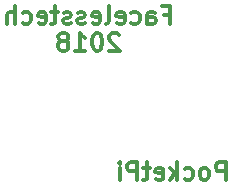
<source format=gbr>
G04 #@! TF.FileFunction,Legend,Bot*
%FSLAX46Y46*%
G04 Gerber Fmt 4.6, Leading zero omitted, Abs format (unit mm)*
G04 Created by KiCad (PCBNEW 4.0.5+dfsg1-4) date Wed Jul 11 10:22:54 2018*
%MOMM*%
%LPD*%
G01*
G04 APERTURE LIST*
%ADD10C,0.100000*%
%ADD11C,0.300000*%
G04 APERTURE END LIST*
D10*
D11*
X144454000Y-110914571D02*
X144454000Y-109414571D01*
X143882572Y-109414571D01*
X143739714Y-109486000D01*
X143668286Y-109557429D01*
X143596857Y-109700286D01*
X143596857Y-109914571D01*
X143668286Y-110057429D01*
X143739714Y-110128857D01*
X143882572Y-110200286D01*
X144454000Y-110200286D01*
X142739714Y-110914571D02*
X142882572Y-110843143D01*
X142954000Y-110771714D01*
X143025429Y-110628857D01*
X143025429Y-110200286D01*
X142954000Y-110057429D01*
X142882572Y-109986000D01*
X142739714Y-109914571D01*
X142525429Y-109914571D01*
X142382572Y-109986000D01*
X142311143Y-110057429D01*
X142239714Y-110200286D01*
X142239714Y-110628857D01*
X142311143Y-110771714D01*
X142382572Y-110843143D01*
X142525429Y-110914571D01*
X142739714Y-110914571D01*
X140954000Y-110843143D02*
X141096857Y-110914571D01*
X141382571Y-110914571D01*
X141525429Y-110843143D01*
X141596857Y-110771714D01*
X141668286Y-110628857D01*
X141668286Y-110200286D01*
X141596857Y-110057429D01*
X141525429Y-109986000D01*
X141382571Y-109914571D01*
X141096857Y-109914571D01*
X140954000Y-109986000D01*
X140311143Y-110914571D02*
X140311143Y-109414571D01*
X140168286Y-110343143D02*
X139739715Y-110914571D01*
X139739715Y-109914571D02*
X140311143Y-110486000D01*
X138525429Y-110843143D02*
X138668286Y-110914571D01*
X138954000Y-110914571D01*
X139096857Y-110843143D01*
X139168286Y-110700286D01*
X139168286Y-110128857D01*
X139096857Y-109986000D01*
X138954000Y-109914571D01*
X138668286Y-109914571D01*
X138525429Y-109986000D01*
X138454000Y-110128857D01*
X138454000Y-110271714D01*
X139168286Y-110414571D01*
X138025429Y-109914571D02*
X137454000Y-109914571D01*
X137811143Y-109414571D02*
X137811143Y-110700286D01*
X137739715Y-110843143D01*
X137596857Y-110914571D01*
X137454000Y-110914571D01*
X136954000Y-110914571D02*
X136954000Y-109414571D01*
X136382572Y-109414571D01*
X136239714Y-109486000D01*
X136168286Y-109557429D01*
X136096857Y-109700286D01*
X136096857Y-109914571D01*
X136168286Y-110057429D01*
X136239714Y-110128857D01*
X136382572Y-110200286D01*
X136954000Y-110200286D01*
X135454000Y-110914571D02*
X135454000Y-109914571D01*
X135454000Y-109414571D02*
X135525429Y-109486000D01*
X135454000Y-109557429D01*
X135382572Y-109486000D01*
X135454000Y-109414571D01*
X135454000Y-109557429D01*
X135413428Y-98635429D02*
X135341999Y-98564000D01*
X135199142Y-98492571D01*
X134841999Y-98492571D01*
X134699142Y-98564000D01*
X134627713Y-98635429D01*
X134556285Y-98778286D01*
X134556285Y-98921143D01*
X134627713Y-99135429D01*
X135484856Y-99992571D01*
X134556285Y-99992571D01*
X133627714Y-98492571D02*
X133484857Y-98492571D01*
X133342000Y-98564000D01*
X133270571Y-98635429D01*
X133199142Y-98778286D01*
X133127714Y-99064000D01*
X133127714Y-99421143D01*
X133199142Y-99706857D01*
X133270571Y-99849714D01*
X133342000Y-99921143D01*
X133484857Y-99992571D01*
X133627714Y-99992571D01*
X133770571Y-99921143D01*
X133842000Y-99849714D01*
X133913428Y-99706857D01*
X133984857Y-99421143D01*
X133984857Y-99064000D01*
X133913428Y-98778286D01*
X133842000Y-98635429D01*
X133770571Y-98564000D01*
X133627714Y-98492571D01*
X131699143Y-99992571D02*
X132556286Y-99992571D01*
X132127714Y-99992571D02*
X132127714Y-98492571D01*
X132270571Y-98706857D01*
X132413429Y-98849714D01*
X132556286Y-98921143D01*
X130842000Y-99135429D02*
X130984858Y-99064000D01*
X131056286Y-98992571D01*
X131127715Y-98849714D01*
X131127715Y-98778286D01*
X131056286Y-98635429D01*
X130984858Y-98564000D01*
X130842000Y-98492571D01*
X130556286Y-98492571D01*
X130413429Y-98564000D01*
X130342000Y-98635429D01*
X130270572Y-98778286D01*
X130270572Y-98849714D01*
X130342000Y-98992571D01*
X130413429Y-99064000D01*
X130556286Y-99135429D01*
X130842000Y-99135429D01*
X130984858Y-99206857D01*
X131056286Y-99278286D01*
X131127715Y-99421143D01*
X131127715Y-99706857D01*
X131056286Y-99849714D01*
X130984858Y-99921143D01*
X130842000Y-99992571D01*
X130556286Y-99992571D01*
X130413429Y-99921143D01*
X130342000Y-99849714D01*
X130270572Y-99706857D01*
X130270572Y-99421143D01*
X130342000Y-99278286D01*
X130413429Y-99206857D01*
X130556286Y-99135429D01*
X139234856Y-96920857D02*
X139734856Y-96920857D01*
X139734856Y-97706571D02*
X139734856Y-96206571D01*
X139020570Y-96206571D01*
X137806285Y-97706571D02*
X137806285Y-96920857D01*
X137877714Y-96778000D01*
X138020571Y-96706571D01*
X138306285Y-96706571D01*
X138449142Y-96778000D01*
X137806285Y-97635143D02*
X137949142Y-97706571D01*
X138306285Y-97706571D01*
X138449142Y-97635143D01*
X138520571Y-97492286D01*
X138520571Y-97349429D01*
X138449142Y-97206571D01*
X138306285Y-97135143D01*
X137949142Y-97135143D01*
X137806285Y-97063714D01*
X136449142Y-97635143D02*
X136591999Y-97706571D01*
X136877713Y-97706571D01*
X137020571Y-97635143D01*
X137091999Y-97563714D01*
X137163428Y-97420857D01*
X137163428Y-96992286D01*
X137091999Y-96849429D01*
X137020571Y-96778000D01*
X136877713Y-96706571D01*
X136591999Y-96706571D01*
X136449142Y-96778000D01*
X135234857Y-97635143D02*
X135377714Y-97706571D01*
X135663428Y-97706571D01*
X135806285Y-97635143D01*
X135877714Y-97492286D01*
X135877714Y-96920857D01*
X135806285Y-96778000D01*
X135663428Y-96706571D01*
X135377714Y-96706571D01*
X135234857Y-96778000D01*
X135163428Y-96920857D01*
X135163428Y-97063714D01*
X135877714Y-97206571D01*
X134306285Y-97706571D02*
X134449143Y-97635143D01*
X134520571Y-97492286D01*
X134520571Y-96206571D01*
X133163429Y-97635143D02*
X133306286Y-97706571D01*
X133592000Y-97706571D01*
X133734857Y-97635143D01*
X133806286Y-97492286D01*
X133806286Y-96920857D01*
X133734857Y-96778000D01*
X133592000Y-96706571D01*
X133306286Y-96706571D01*
X133163429Y-96778000D01*
X133092000Y-96920857D01*
X133092000Y-97063714D01*
X133806286Y-97206571D01*
X132520572Y-97635143D02*
X132377715Y-97706571D01*
X132092000Y-97706571D01*
X131949143Y-97635143D01*
X131877715Y-97492286D01*
X131877715Y-97420857D01*
X131949143Y-97278000D01*
X132092000Y-97206571D01*
X132306286Y-97206571D01*
X132449143Y-97135143D01*
X132520572Y-96992286D01*
X132520572Y-96920857D01*
X132449143Y-96778000D01*
X132306286Y-96706571D01*
X132092000Y-96706571D01*
X131949143Y-96778000D01*
X131306286Y-97635143D02*
X131163429Y-97706571D01*
X130877714Y-97706571D01*
X130734857Y-97635143D01*
X130663429Y-97492286D01*
X130663429Y-97420857D01*
X130734857Y-97278000D01*
X130877714Y-97206571D01*
X131092000Y-97206571D01*
X131234857Y-97135143D01*
X131306286Y-96992286D01*
X131306286Y-96920857D01*
X131234857Y-96778000D01*
X131092000Y-96706571D01*
X130877714Y-96706571D01*
X130734857Y-96778000D01*
X130234857Y-96706571D02*
X129663428Y-96706571D01*
X130020571Y-96206571D02*
X130020571Y-97492286D01*
X129949143Y-97635143D01*
X129806285Y-97706571D01*
X129663428Y-97706571D01*
X128592000Y-97635143D02*
X128734857Y-97706571D01*
X129020571Y-97706571D01*
X129163428Y-97635143D01*
X129234857Y-97492286D01*
X129234857Y-96920857D01*
X129163428Y-96778000D01*
X129020571Y-96706571D01*
X128734857Y-96706571D01*
X128592000Y-96778000D01*
X128520571Y-96920857D01*
X128520571Y-97063714D01*
X129234857Y-97206571D01*
X127234857Y-97635143D02*
X127377714Y-97706571D01*
X127663428Y-97706571D01*
X127806286Y-97635143D01*
X127877714Y-97563714D01*
X127949143Y-97420857D01*
X127949143Y-96992286D01*
X127877714Y-96849429D01*
X127806286Y-96778000D01*
X127663428Y-96706571D01*
X127377714Y-96706571D01*
X127234857Y-96778000D01*
X126592000Y-97706571D02*
X126592000Y-96206571D01*
X125949143Y-97706571D02*
X125949143Y-96920857D01*
X126020572Y-96778000D01*
X126163429Y-96706571D01*
X126377714Y-96706571D01*
X126520572Y-96778000D01*
X126592000Y-96849429D01*
M02*

</source>
